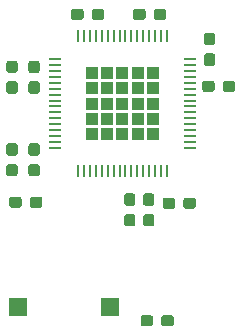
<source format=gbr>
G04 #@! TF.GenerationSoftware,KiCad,Pcbnew,5.0.2-bee76a0~70~ubuntu18.04.1*
G04 #@! TF.CreationDate,2020-07-09T21:56:47-07:00*
G04 #@! TF.ProjectId,light_thing_hw,6c696768-745f-4746-9869-6e675f68772e,rev?*
G04 #@! TF.SameCoordinates,Original*
G04 #@! TF.FileFunction,Paste,Top*
G04 #@! TF.FilePolarity,Positive*
%FSLAX46Y46*%
G04 Gerber Fmt 4.6, Leading zero omitted, Abs format (unit mm)*
G04 Created by KiCad (PCBNEW 5.0.2-bee76a0~70~ubuntu18.04.1) date Thu 09 Jul 2020 09:56:47 PM PDT*
%MOMM*%
%LPD*%
G01*
G04 APERTURE LIST*
%ADD10R,1.010000X1.010000*%
%ADD11R,1.000000X0.250000*%
%ADD12R,0.250000X1.000000*%
%ADD13C,0.100000*%
%ADD14C,0.950000*%
%ADD15R,1.500000X1.500000*%
G04 APERTURE END LIST*
D10*
G04 #@! TO.C,U5A1*
X125789571Y-77973695D03*
X125789571Y-76673695D03*
X125789571Y-75373695D03*
X125789571Y-74073695D03*
X125789571Y-72773695D03*
X127089571Y-77973695D03*
X127089571Y-76673695D03*
X127089571Y-75373695D03*
X127089571Y-74073695D03*
X127089571Y-72773695D03*
X128389571Y-77973695D03*
X128389571Y-76673695D03*
X128389571Y-75373695D03*
X128389571Y-74073695D03*
X128389571Y-72773695D03*
X129689571Y-77973695D03*
X129689571Y-76673695D03*
X129689571Y-75373695D03*
X129689571Y-74073695D03*
X129689571Y-72773695D03*
X130989571Y-77973695D03*
X130989571Y-76673695D03*
X130989571Y-75373695D03*
X130989571Y-74073695D03*
X130989571Y-72773695D03*
D11*
X134089571Y-71623695D03*
X134089571Y-72123695D03*
X134089571Y-72623695D03*
X134089571Y-73123695D03*
X134089571Y-73623695D03*
X134089571Y-74123695D03*
X134089571Y-74623695D03*
X134089571Y-75123695D03*
X134089571Y-75623695D03*
X134089571Y-76123695D03*
X134089571Y-76623695D03*
X134089571Y-77123695D03*
X134089571Y-77623695D03*
X134089571Y-78123695D03*
X134089571Y-78623695D03*
X134089571Y-79123695D03*
D12*
X132139571Y-81073695D03*
X131639571Y-81073695D03*
X131139571Y-81073695D03*
X130639571Y-81073695D03*
X130139571Y-81073695D03*
X129639571Y-81073695D03*
X129139571Y-81073695D03*
X128639571Y-81073695D03*
X128139571Y-81073695D03*
X127639571Y-81073695D03*
X127139571Y-81073695D03*
X126639571Y-81073695D03*
X126139571Y-81073695D03*
X125639571Y-81073695D03*
X125139571Y-81073695D03*
X124639571Y-81073695D03*
D11*
X122689571Y-79123695D03*
X122689571Y-78623695D03*
X122689571Y-78123695D03*
X122689571Y-77623695D03*
X122689571Y-77123695D03*
X122689571Y-76623695D03*
X122689571Y-76123695D03*
X122689571Y-75623695D03*
X122689571Y-75123695D03*
X122689571Y-74623695D03*
X122689571Y-74123695D03*
X122689571Y-73623695D03*
X122689571Y-73123695D03*
X122689571Y-72623695D03*
X122689571Y-72123695D03*
X122689571Y-71623695D03*
D12*
X124639571Y-69673695D03*
X125139571Y-69673695D03*
X125639571Y-69673695D03*
X126139571Y-69673695D03*
X126639571Y-69673695D03*
X127139571Y-69673695D03*
X127639571Y-69673695D03*
X128139571Y-69673695D03*
X128639571Y-69673695D03*
X129139571Y-69673695D03*
X129639571Y-69673695D03*
X130139571Y-69673695D03*
X130639571Y-69673695D03*
X131139571Y-69673695D03*
X131639571Y-69673695D03*
X132139571Y-69673695D03*
G04 #@! TD*
D13*
G04 #@! TO.C,C1*
G36*
X136020350Y-71134839D02*
X136043405Y-71138258D01*
X136066014Y-71143922D01*
X136087958Y-71151774D01*
X136109028Y-71161739D01*
X136129019Y-71173721D01*
X136147739Y-71187605D01*
X136165009Y-71203257D01*
X136180661Y-71220527D01*
X136194545Y-71239247D01*
X136206527Y-71259238D01*
X136216492Y-71280308D01*
X136224344Y-71302252D01*
X136230008Y-71324861D01*
X136233427Y-71347916D01*
X136234571Y-71371195D01*
X136234571Y-71946195D01*
X136233427Y-71969474D01*
X136230008Y-71992529D01*
X136224344Y-72015138D01*
X136216492Y-72037082D01*
X136206527Y-72058152D01*
X136194545Y-72078143D01*
X136180661Y-72096863D01*
X136165009Y-72114133D01*
X136147739Y-72129785D01*
X136129019Y-72143669D01*
X136109028Y-72155651D01*
X136087958Y-72165616D01*
X136066014Y-72173468D01*
X136043405Y-72179132D01*
X136020350Y-72182551D01*
X135997071Y-72183695D01*
X135522071Y-72183695D01*
X135498792Y-72182551D01*
X135475737Y-72179132D01*
X135453128Y-72173468D01*
X135431184Y-72165616D01*
X135410114Y-72155651D01*
X135390123Y-72143669D01*
X135371403Y-72129785D01*
X135354133Y-72114133D01*
X135338481Y-72096863D01*
X135324597Y-72078143D01*
X135312615Y-72058152D01*
X135302650Y-72037082D01*
X135294798Y-72015138D01*
X135289134Y-71992529D01*
X135285715Y-71969474D01*
X135284571Y-71946195D01*
X135284571Y-71371195D01*
X135285715Y-71347916D01*
X135289134Y-71324861D01*
X135294798Y-71302252D01*
X135302650Y-71280308D01*
X135312615Y-71259238D01*
X135324597Y-71239247D01*
X135338481Y-71220527D01*
X135354133Y-71203257D01*
X135371403Y-71187605D01*
X135390123Y-71173721D01*
X135410114Y-71161739D01*
X135431184Y-71151774D01*
X135453128Y-71143922D01*
X135475737Y-71138258D01*
X135498792Y-71134839D01*
X135522071Y-71133695D01*
X135997071Y-71133695D01*
X136020350Y-71134839D01*
X136020350Y-71134839D01*
G37*
D14*
X135759571Y-71658695D03*
D13*
G36*
X136020350Y-69384839D02*
X136043405Y-69388258D01*
X136066014Y-69393922D01*
X136087958Y-69401774D01*
X136109028Y-69411739D01*
X136129019Y-69423721D01*
X136147739Y-69437605D01*
X136165009Y-69453257D01*
X136180661Y-69470527D01*
X136194545Y-69489247D01*
X136206527Y-69509238D01*
X136216492Y-69530308D01*
X136224344Y-69552252D01*
X136230008Y-69574861D01*
X136233427Y-69597916D01*
X136234571Y-69621195D01*
X136234571Y-70196195D01*
X136233427Y-70219474D01*
X136230008Y-70242529D01*
X136224344Y-70265138D01*
X136216492Y-70287082D01*
X136206527Y-70308152D01*
X136194545Y-70328143D01*
X136180661Y-70346863D01*
X136165009Y-70364133D01*
X136147739Y-70379785D01*
X136129019Y-70393669D01*
X136109028Y-70405651D01*
X136087958Y-70415616D01*
X136066014Y-70423468D01*
X136043405Y-70429132D01*
X136020350Y-70432551D01*
X135997071Y-70433695D01*
X135522071Y-70433695D01*
X135498792Y-70432551D01*
X135475737Y-70429132D01*
X135453128Y-70423468D01*
X135431184Y-70415616D01*
X135410114Y-70405651D01*
X135390123Y-70393669D01*
X135371403Y-70379785D01*
X135354133Y-70364133D01*
X135338481Y-70346863D01*
X135324597Y-70328143D01*
X135312615Y-70308152D01*
X135302650Y-70287082D01*
X135294798Y-70265138D01*
X135289134Y-70242529D01*
X135285715Y-70219474D01*
X135284571Y-70196195D01*
X135284571Y-69621195D01*
X135285715Y-69597916D01*
X135289134Y-69574861D01*
X135294798Y-69552252D01*
X135302650Y-69530308D01*
X135312615Y-69509238D01*
X135324597Y-69489247D01*
X135338481Y-69470527D01*
X135354133Y-69453257D01*
X135371403Y-69437605D01*
X135390123Y-69423721D01*
X135410114Y-69411739D01*
X135431184Y-69401774D01*
X135453128Y-69393922D01*
X135475737Y-69388258D01*
X135498792Y-69384839D01*
X135522071Y-69383695D01*
X135997071Y-69383695D01*
X136020350Y-69384839D01*
X136020350Y-69384839D01*
G37*
D14*
X135759571Y-69908695D03*
G04 #@! TD*
D13*
G04 #@! TO.C,C2*
G36*
X134376938Y-83339247D02*
X134399993Y-83342666D01*
X134422602Y-83348330D01*
X134444546Y-83356182D01*
X134465616Y-83366147D01*
X134485607Y-83378129D01*
X134504327Y-83392013D01*
X134521597Y-83407665D01*
X134537249Y-83424935D01*
X134551133Y-83443655D01*
X134563115Y-83463646D01*
X134573080Y-83484716D01*
X134580932Y-83506660D01*
X134586596Y-83529269D01*
X134590015Y-83552324D01*
X134591159Y-83575603D01*
X134591159Y-84050603D01*
X134590015Y-84073882D01*
X134586596Y-84096937D01*
X134580932Y-84119546D01*
X134573080Y-84141490D01*
X134563115Y-84162560D01*
X134551133Y-84182551D01*
X134537249Y-84201271D01*
X134521597Y-84218541D01*
X134504327Y-84234193D01*
X134485607Y-84248077D01*
X134465616Y-84260059D01*
X134444546Y-84270024D01*
X134422602Y-84277876D01*
X134399993Y-84283540D01*
X134376938Y-84286959D01*
X134353659Y-84288103D01*
X133778659Y-84288103D01*
X133755380Y-84286959D01*
X133732325Y-84283540D01*
X133709716Y-84277876D01*
X133687772Y-84270024D01*
X133666702Y-84260059D01*
X133646711Y-84248077D01*
X133627991Y-84234193D01*
X133610721Y-84218541D01*
X133595069Y-84201271D01*
X133581185Y-84182551D01*
X133569203Y-84162560D01*
X133559238Y-84141490D01*
X133551386Y-84119546D01*
X133545722Y-84096937D01*
X133542303Y-84073882D01*
X133541159Y-84050603D01*
X133541159Y-83575603D01*
X133542303Y-83552324D01*
X133545722Y-83529269D01*
X133551386Y-83506660D01*
X133559238Y-83484716D01*
X133569203Y-83463646D01*
X133581185Y-83443655D01*
X133595069Y-83424935D01*
X133610721Y-83407665D01*
X133627991Y-83392013D01*
X133646711Y-83378129D01*
X133666702Y-83366147D01*
X133687772Y-83356182D01*
X133709716Y-83348330D01*
X133732325Y-83342666D01*
X133755380Y-83339247D01*
X133778659Y-83338103D01*
X134353659Y-83338103D01*
X134376938Y-83339247D01*
X134376938Y-83339247D01*
G37*
D14*
X134066159Y-83813103D03*
D13*
G36*
X132626938Y-83339247D02*
X132649993Y-83342666D01*
X132672602Y-83348330D01*
X132694546Y-83356182D01*
X132715616Y-83366147D01*
X132735607Y-83378129D01*
X132754327Y-83392013D01*
X132771597Y-83407665D01*
X132787249Y-83424935D01*
X132801133Y-83443655D01*
X132813115Y-83463646D01*
X132823080Y-83484716D01*
X132830932Y-83506660D01*
X132836596Y-83529269D01*
X132840015Y-83552324D01*
X132841159Y-83575603D01*
X132841159Y-84050603D01*
X132840015Y-84073882D01*
X132836596Y-84096937D01*
X132830932Y-84119546D01*
X132823080Y-84141490D01*
X132813115Y-84162560D01*
X132801133Y-84182551D01*
X132787249Y-84201271D01*
X132771597Y-84218541D01*
X132754327Y-84234193D01*
X132735607Y-84248077D01*
X132715616Y-84260059D01*
X132694546Y-84270024D01*
X132672602Y-84277876D01*
X132649993Y-84283540D01*
X132626938Y-84286959D01*
X132603659Y-84288103D01*
X132028659Y-84288103D01*
X132005380Y-84286959D01*
X131982325Y-84283540D01*
X131959716Y-84277876D01*
X131937772Y-84270024D01*
X131916702Y-84260059D01*
X131896711Y-84248077D01*
X131877991Y-84234193D01*
X131860721Y-84218541D01*
X131845069Y-84201271D01*
X131831185Y-84182551D01*
X131819203Y-84162560D01*
X131809238Y-84141490D01*
X131801386Y-84119546D01*
X131795722Y-84096937D01*
X131792303Y-84073882D01*
X131791159Y-84050603D01*
X131791159Y-83575603D01*
X131792303Y-83552324D01*
X131795722Y-83529269D01*
X131801386Y-83506660D01*
X131809238Y-83484716D01*
X131819203Y-83463646D01*
X131831185Y-83443655D01*
X131845069Y-83424935D01*
X131860721Y-83407665D01*
X131877991Y-83392013D01*
X131896711Y-83378129D01*
X131916702Y-83366147D01*
X131937772Y-83356182D01*
X131959716Y-83348330D01*
X131982325Y-83342666D01*
X132005380Y-83339247D01*
X132028659Y-83338103D01*
X132603659Y-83338103D01*
X132626938Y-83339247D01*
X132626938Y-83339247D01*
G37*
D14*
X132316159Y-83813103D03*
G04 #@! TD*
D13*
G04 #@! TO.C,C3*
G36*
X121160350Y-78739839D02*
X121183405Y-78743258D01*
X121206014Y-78748922D01*
X121227958Y-78756774D01*
X121249028Y-78766739D01*
X121269019Y-78778721D01*
X121287739Y-78792605D01*
X121305009Y-78808257D01*
X121320661Y-78825527D01*
X121334545Y-78844247D01*
X121346527Y-78864238D01*
X121356492Y-78885308D01*
X121364344Y-78907252D01*
X121370008Y-78929861D01*
X121373427Y-78952916D01*
X121374571Y-78976195D01*
X121374571Y-79551195D01*
X121373427Y-79574474D01*
X121370008Y-79597529D01*
X121364344Y-79620138D01*
X121356492Y-79642082D01*
X121346527Y-79663152D01*
X121334545Y-79683143D01*
X121320661Y-79701863D01*
X121305009Y-79719133D01*
X121287739Y-79734785D01*
X121269019Y-79748669D01*
X121249028Y-79760651D01*
X121227958Y-79770616D01*
X121206014Y-79778468D01*
X121183405Y-79784132D01*
X121160350Y-79787551D01*
X121137071Y-79788695D01*
X120662071Y-79788695D01*
X120638792Y-79787551D01*
X120615737Y-79784132D01*
X120593128Y-79778468D01*
X120571184Y-79770616D01*
X120550114Y-79760651D01*
X120530123Y-79748669D01*
X120511403Y-79734785D01*
X120494133Y-79719133D01*
X120478481Y-79701863D01*
X120464597Y-79683143D01*
X120452615Y-79663152D01*
X120442650Y-79642082D01*
X120434798Y-79620138D01*
X120429134Y-79597529D01*
X120425715Y-79574474D01*
X120424571Y-79551195D01*
X120424571Y-78976195D01*
X120425715Y-78952916D01*
X120429134Y-78929861D01*
X120434798Y-78907252D01*
X120442650Y-78885308D01*
X120452615Y-78864238D01*
X120464597Y-78844247D01*
X120478481Y-78825527D01*
X120494133Y-78808257D01*
X120511403Y-78792605D01*
X120530123Y-78778721D01*
X120550114Y-78766739D01*
X120571184Y-78756774D01*
X120593128Y-78748922D01*
X120615737Y-78743258D01*
X120638792Y-78739839D01*
X120662071Y-78738695D01*
X121137071Y-78738695D01*
X121160350Y-78739839D01*
X121160350Y-78739839D01*
G37*
D14*
X120899571Y-79263695D03*
D13*
G36*
X121160350Y-80489839D02*
X121183405Y-80493258D01*
X121206014Y-80498922D01*
X121227958Y-80506774D01*
X121249028Y-80516739D01*
X121269019Y-80528721D01*
X121287739Y-80542605D01*
X121305009Y-80558257D01*
X121320661Y-80575527D01*
X121334545Y-80594247D01*
X121346527Y-80614238D01*
X121356492Y-80635308D01*
X121364344Y-80657252D01*
X121370008Y-80679861D01*
X121373427Y-80702916D01*
X121374571Y-80726195D01*
X121374571Y-81301195D01*
X121373427Y-81324474D01*
X121370008Y-81347529D01*
X121364344Y-81370138D01*
X121356492Y-81392082D01*
X121346527Y-81413152D01*
X121334545Y-81433143D01*
X121320661Y-81451863D01*
X121305009Y-81469133D01*
X121287739Y-81484785D01*
X121269019Y-81498669D01*
X121249028Y-81510651D01*
X121227958Y-81520616D01*
X121206014Y-81528468D01*
X121183405Y-81534132D01*
X121160350Y-81537551D01*
X121137071Y-81538695D01*
X120662071Y-81538695D01*
X120638792Y-81537551D01*
X120615737Y-81534132D01*
X120593128Y-81528468D01*
X120571184Y-81520616D01*
X120550114Y-81510651D01*
X120530123Y-81498669D01*
X120511403Y-81484785D01*
X120494133Y-81469133D01*
X120478481Y-81451863D01*
X120464597Y-81433143D01*
X120452615Y-81413152D01*
X120442650Y-81392082D01*
X120434798Y-81370138D01*
X120429134Y-81347529D01*
X120425715Y-81324474D01*
X120424571Y-81301195D01*
X120424571Y-80726195D01*
X120425715Y-80702916D01*
X120429134Y-80679861D01*
X120434798Y-80657252D01*
X120442650Y-80635308D01*
X120452615Y-80614238D01*
X120464597Y-80594247D01*
X120478481Y-80575527D01*
X120494133Y-80558257D01*
X120511403Y-80542605D01*
X120530123Y-80528721D01*
X120550114Y-80516739D01*
X120571184Y-80506774D01*
X120593128Y-80498922D01*
X120615737Y-80493258D01*
X120638792Y-80489839D01*
X120662071Y-80488695D01*
X121137071Y-80488695D01*
X121160350Y-80489839D01*
X121160350Y-80489839D01*
G37*
D14*
X120899571Y-81013695D03*
G04 #@! TD*
D13*
G04 #@! TO.C,C4*
G36*
X121160350Y-73489839D02*
X121183405Y-73493258D01*
X121206014Y-73498922D01*
X121227958Y-73506774D01*
X121249028Y-73516739D01*
X121269019Y-73528721D01*
X121287739Y-73542605D01*
X121305009Y-73558257D01*
X121320661Y-73575527D01*
X121334545Y-73594247D01*
X121346527Y-73614238D01*
X121356492Y-73635308D01*
X121364344Y-73657252D01*
X121370008Y-73679861D01*
X121373427Y-73702916D01*
X121374571Y-73726195D01*
X121374571Y-74301195D01*
X121373427Y-74324474D01*
X121370008Y-74347529D01*
X121364344Y-74370138D01*
X121356492Y-74392082D01*
X121346527Y-74413152D01*
X121334545Y-74433143D01*
X121320661Y-74451863D01*
X121305009Y-74469133D01*
X121287739Y-74484785D01*
X121269019Y-74498669D01*
X121249028Y-74510651D01*
X121227958Y-74520616D01*
X121206014Y-74528468D01*
X121183405Y-74534132D01*
X121160350Y-74537551D01*
X121137071Y-74538695D01*
X120662071Y-74538695D01*
X120638792Y-74537551D01*
X120615737Y-74534132D01*
X120593128Y-74528468D01*
X120571184Y-74520616D01*
X120550114Y-74510651D01*
X120530123Y-74498669D01*
X120511403Y-74484785D01*
X120494133Y-74469133D01*
X120478481Y-74451863D01*
X120464597Y-74433143D01*
X120452615Y-74413152D01*
X120442650Y-74392082D01*
X120434798Y-74370138D01*
X120429134Y-74347529D01*
X120425715Y-74324474D01*
X120424571Y-74301195D01*
X120424571Y-73726195D01*
X120425715Y-73702916D01*
X120429134Y-73679861D01*
X120434798Y-73657252D01*
X120442650Y-73635308D01*
X120452615Y-73614238D01*
X120464597Y-73594247D01*
X120478481Y-73575527D01*
X120494133Y-73558257D01*
X120511403Y-73542605D01*
X120530123Y-73528721D01*
X120550114Y-73516739D01*
X120571184Y-73506774D01*
X120593128Y-73498922D01*
X120615737Y-73493258D01*
X120638792Y-73489839D01*
X120662071Y-73488695D01*
X121137071Y-73488695D01*
X121160350Y-73489839D01*
X121160350Y-73489839D01*
G37*
D14*
X120899571Y-74013695D03*
D13*
G36*
X121160350Y-71739839D02*
X121183405Y-71743258D01*
X121206014Y-71748922D01*
X121227958Y-71756774D01*
X121249028Y-71766739D01*
X121269019Y-71778721D01*
X121287739Y-71792605D01*
X121305009Y-71808257D01*
X121320661Y-71825527D01*
X121334545Y-71844247D01*
X121346527Y-71864238D01*
X121356492Y-71885308D01*
X121364344Y-71907252D01*
X121370008Y-71929861D01*
X121373427Y-71952916D01*
X121374571Y-71976195D01*
X121374571Y-72551195D01*
X121373427Y-72574474D01*
X121370008Y-72597529D01*
X121364344Y-72620138D01*
X121356492Y-72642082D01*
X121346527Y-72663152D01*
X121334545Y-72683143D01*
X121320661Y-72701863D01*
X121305009Y-72719133D01*
X121287739Y-72734785D01*
X121269019Y-72748669D01*
X121249028Y-72760651D01*
X121227958Y-72770616D01*
X121206014Y-72778468D01*
X121183405Y-72784132D01*
X121160350Y-72787551D01*
X121137071Y-72788695D01*
X120662071Y-72788695D01*
X120638792Y-72787551D01*
X120615737Y-72784132D01*
X120593128Y-72778468D01*
X120571184Y-72770616D01*
X120550114Y-72760651D01*
X120530123Y-72748669D01*
X120511403Y-72734785D01*
X120494133Y-72719133D01*
X120478481Y-72701863D01*
X120464597Y-72683143D01*
X120452615Y-72663152D01*
X120442650Y-72642082D01*
X120434798Y-72620138D01*
X120429134Y-72597529D01*
X120425715Y-72574474D01*
X120424571Y-72551195D01*
X120424571Y-71976195D01*
X120425715Y-71952916D01*
X120429134Y-71929861D01*
X120434798Y-71907252D01*
X120442650Y-71885308D01*
X120452615Y-71864238D01*
X120464597Y-71844247D01*
X120478481Y-71825527D01*
X120494133Y-71808257D01*
X120511403Y-71792605D01*
X120530123Y-71778721D01*
X120550114Y-71766739D01*
X120571184Y-71756774D01*
X120593128Y-71748922D01*
X120615737Y-71743258D01*
X120638792Y-71739839D01*
X120662071Y-71738695D01*
X121137071Y-71738695D01*
X121160350Y-71739839D01*
X121160350Y-71739839D01*
G37*
D14*
X120899571Y-72263695D03*
G04 #@! TD*
D13*
G04 #@! TO.C,C7*
G36*
X119292405Y-73483310D02*
X119315460Y-73486729D01*
X119338069Y-73492393D01*
X119360013Y-73500245D01*
X119381083Y-73510210D01*
X119401074Y-73522192D01*
X119419794Y-73536076D01*
X119437064Y-73551728D01*
X119452716Y-73568998D01*
X119466600Y-73587718D01*
X119478582Y-73607709D01*
X119488547Y-73628779D01*
X119496399Y-73650723D01*
X119502063Y-73673332D01*
X119505482Y-73696387D01*
X119506626Y-73719666D01*
X119506626Y-74294666D01*
X119505482Y-74317945D01*
X119502063Y-74341000D01*
X119496399Y-74363609D01*
X119488547Y-74385553D01*
X119478582Y-74406623D01*
X119466600Y-74426614D01*
X119452716Y-74445334D01*
X119437064Y-74462604D01*
X119419794Y-74478256D01*
X119401074Y-74492140D01*
X119381083Y-74504122D01*
X119360013Y-74514087D01*
X119338069Y-74521939D01*
X119315460Y-74527603D01*
X119292405Y-74531022D01*
X119269126Y-74532166D01*
X118794126Y-74532166D01*
X118770847Y-74531022D01*
X118747792Y-74527603D01*
X118725183Y-74521939D01*
X118703239Y-74514087D01*
X118682169Y-74504122D01*
X118662178Y-74492140D01*
X118643458Y-74478256D01*
X118626188Y-74462604D01*
X118610536Y-74445334D01*
X118596652Y-74426614D01*
X118584670Y-74406623D01*
X118574705Y-74385553D01*
X118566853Y-74363609D01*
X118561189Y-74341000D01*
X118557770Y-74317945D01*
X118556626Y-74294666D01*
X118556626Y-73719666D01*
X118557770Y-73696387D01*
X118561189Y-73673332D01*
X118566853Y-73650723D01*
X118574705Y-73628779D01*
X118584670Y-73607709D01*
X118596652Y-73587718D01*
X118610536Y-73568998D01*
X118626188Y-73551728D01*
X118643458Y-73536076D01*
X118662178Y-73522192D01*
X118682169Y-73510210D01*
X118703239Y-73500245D01*
X118725183Y-73492393D01*
X118747792Y-73486729D01*
X118770847Y-73483310D01*
X118794126Y-73482166D01*
X119269126Y-73482166D01*
X119292405Y-73483310D01*
X119292405Y-73483310D01*
G37*
D14*
X119031626Y-74007166D03*
D13*
G36*
X119292405Y-71733310D02*
X119315460Y-71736729D01*
X119338069Y-71742393D01*
X119360013Y-71750245D01*
X119381083Y-71760210D01*
X119401074Y-71772192D01*
X119419794Y-71786076D01*
X119437064Y-71801728D01*
X119452716Y-71818998D01*
X119466600Y-71837718D01*
X119478582Y-71857709D01*
X119488547Y-71878779D01*
X119496399Y-71900723D01*
X119502063Y-71923332D01*
X119505482Y-71946387D01*
X119506626Y-71969666D01*
X119506626Y-72544666D01*
X119505482Y-72567945D01*
X119502063Y-72591000D01*
X119496399Y-72613609D01*
X119488547Y-72635553D01*
X119478582Y-72656623D01*
X119466600Y-72676614D01*
X119452716Y-72695334D01*
X119437064Y-72712604D01*
X119419794Y-72728256D01*
X119401074Y-72742140D01*
X119381083Y-72754122D01*
X119360013Y-72764087D01*
X119338069Y-72771939D01*
X119315460Y-72777603D01*
X119292405Y-72781022D01*
X119269126Y-72782166D01*
X118794126Y-72782166D01*
X118770847Y-72781022D01*
X118747792Y-72777603D01*
X118725183Y-72771939D01*
X118703239Y-72764087D01*
X118682169Y-72754122D01*
X118662178Y-72742140D01*
X118643458Y-72728256D01*
X118626188Y-72712604D01*
X118610536Y-72695334D01*
X118596652Y-72676614D01*
X118584670Y-72656623D01*
X118574705Y-72635553D01*
X118566853Y-72613609D01*
X118561189Y-72591000D01*
X118557770Y-72567945D01*
X118556626Y-72544666D01*
X118556626Y-71969666D01*
X118557770Y-71946387D01*
X118561189Y-71923332D01*
X118566853Y-71900723D01*
X118574705Y-71878779D01*
X118584670Y-71857709D01*
X118596652Y-71837718D01*
X118610536Y-71818998D01*
X118626188Y-71801728D01*
X118643458Y-71786076D01*
X118662178Y-71772192D01*
X118682169Y-71760210D01*
X118703239Y-71750245D01*
X118725183Y-71742393D01*
X118747792Y-71736729D01*
X118770847Y-71733310D01*
X118794126Y-71732166D01*
X119269126Y-71732166D01*
X119292405Y-71733310D01*
X119292405Y-71733310D01*
G37*
D14*
X119031626Y-72257166D03*
G04 #@! TD*
D13*
G04 #@! TO.C,C9*
G36*
X132510779Y-93296144D02*
X132533834Y-93299563D01*
X132556443Y-93305227D01*
X132578387Y-93313079D01*
X132599457Y-93323044D01*
X132619448Y-93335026D01*
X132638168Y-93348910D01*
X132655438Y-93364562D01*
X132671090Y-93381832D01*
X132684974Y-93400552D01*
X132696956Y-93420543D01*
X132706921Y-93441613D01*
X132714773Y-93463557D01*
X132720437Y-93486166D01*
X132723856Y-93509221D01*
X132725000Y-93532500D01*
X132725000Y-94007500D01*
X132723856Y-94030779D01*
X132720437Y-94053834D01*
X132714773Y-94076443D01*
X132706921Y-94098387D01*
X132696956Y-94119457D01*
X132684974Y-94139448D01*
X132671090Y-94158168D01*
X132655438Y-94175438D01*
X132638168Y-94191090D01*
X132619448Y-94204974D01*
X132599457Y-94216956D01*
X132578387Y-94226921D01*
X132556443Y-94234773D01*
X132533834Y-94240437D01*
X132510779Y-94243856D01*
X132487500Y-94245000D01*
X131912500Y-94245000D01*
X131889221Y-94243856D01*
X131866166Y-94240437D01*
X131843557Y-94234773D01*
X131821613Y-94226921D01*
X131800543Y-94216956D01*
X131780552Y-94204974D01*
X131761832Y-94191090D01*
X131744562Y-94175438D01*
X131728910Y-94158168D01*
X131715026Y-94139448D01*
X131703044Y-94119457D01*
X131693079Y-94098387D01*
X131685227Y-94076443D01*
X131679563Y-94053834D01*
X131676144Y-94030779D01*
X131675000Y-94007500D01*
X131675000Y-93532500D01*
X131676144Y-93509221D01*
X131679563Y-93486166D01*
X131685227Y-93463557D01*
X131693079Y-93441613D01*
X131703044Y-93420543D01*
X131715026Y-93400552D01*
X131728910Y-93381832D01*
X131744562Y-93364562D01*
X131761832Y-93348910D01*
X131780552Y-93335026D01*
X131800543Y-93323044D01*
X131821613Y-93313079D01*
X131843557Y-93305227D01*
X131866166Y-93299563D01*
X131889221Y-93296144D01*
X131912500Y-93295000D01*
X132487500Y-93295000D01*
X132510779Y-93296144D01*
X132510779Y-93296144D01*
G37*
D14*
X132200000Y-93770000D03*
D13*
G36*
X130760779Y-93296144D02*
X130783834Y-93299563D01*
X130806443Y-93305227D01*
X130828387Y-93313079D01*
X130849457Y-93323044D01*
X130869448Y-93335026D01*
X130888168Y-93348910D01*
X130905438Y-93364562D01*
X130921090Y-93381832D01*
X130934974Y-93400552D01*
X130946956Y-93420543D01*
X130956921Y-93441613D01*
X130964773Y-93463557D01*
X130970437Y-93486166D01*
X130973856Y-93509221D01*
X130975000Y-93532500D01*
X130975000Y-94007500D01*
X130973856Y-94030779D01*
X130970437Y-94053834D01*
X130964773Y-94076443D01*
X130956921Y-94098387D01*
X130946956Y-94119457D01*
X130934974Y-94139448D01*
X130921090Y-94158168D01*
X130905438Y-94175438D01*
X130888168Y-94191090D01*
X130869448Y-94204974D01*
X130849457Y-94216956D01*
X130828387Y-94226921D01*
X130806443Y-94234773D01*
X130783834Y-94240437D01*
X130760779Y-94243856D01*
X130737500Y-94245000D01*
X130162500Y-94245000D01*
X130139221Y-94243856D01*
X130116166Y-94240437D01*
X130093557Y-94234773D01*
X130071613Y-94226921D01*
X130050543Y-94216956D01*
X130030552Y-94204974D01*
X130011832Y-94191090D01*
X129994562Y-94175438D01*
X129978910Y-94158168D01*
X129965026Y-94139448D01*
X129953044Y-94119457D01*
X129943079Y-94098387D01*
X129935227Y-94076443D01*
X129929563Y-94053834D01*
X129926144Y-94030779D01*
X129925000Y-94007500D01*
X129925000Y-93532500D01*
X129926144Y-93509221D01*
X129929563Y-93486166D01*
X129935227Y-93463557D01*
X129943079Y-93441613D01*
X129953044Y-93420543D01*
X129965026Y-93400552D01*
X129978910Y-93381832D01*
X129994562Y-93364562D01*
X130011832Y-93348910D01*
X130030552Y-93335026D01*
X130050543Y-93323044D01*
X130071613Y-93313079D01*
X130093557Y-93305227D01*
X130116166Y-93299563D01*
X130139221Y-93296144D01*
X130162500Y-93295000D01*
X130737500Y-93295000D01*
X130760779Y-93296144D01*
X130760779Y-93296144D01*
G37*
D14*
X130450000Y-93770000D03*
G04 #@! TD*
D13*
G04 #@! TO.C,C16*
G36*
X131876938Y-67339247D02*
X131899993Y-67342666D01*
X131922602Y-67348330D01*
X131944546Y-67356182D01*
X131965616Y-67366147D01*
X131985607Y-67378129D01*
X132004327Y-67392013D01*
X132021597Y-67407665D01*
X132037249Y-67424935D01*
X132051133Y-67443655D01*
X132063115Y-67463646D01*
X132073080Y-67484716D01*
X132080932Y-67506660D01*
X132086596Y-67529269D01*
X132090015Y-67552324D01*
X132091159Y-67575603D01*
X132091159Y-68050603D01*
X132090015Y-68073882D01*
X132086596Y-68096937D01*
X132080932Y-68119546D01*
X132073080Y-68141490D01*
X132063115Y-68162560D01*
X132051133Y-68182551D01*
X132037249Y-68201271D01*
X132021597Y-68218541D01*
X132004327Y-68234193D01*
X131985607Y-68248077D01*
X131965616Y-68260059D01*
X131944546Y-68270024D01*
X131922602Y-68277876D01*
X131899993Y-68283540D01*
X131876938Y-68286959D01*
X131853659Y-68288103D01*
X131278659Y-68288103D01*
X131255380Y-68286959D01*
X131232325Y-68283540D01*
X131209716Y-68277876D01*
X131187772Y-68270024D01*
X131166702Y-68260059D01*
X131146711Y-68248077D01*
X131127991Y-68234193D01*
X131110721Y-68218541D01*
X131095069Y-68201271D01*
X131081185Y-68182551D01*
X131069203Y-68162560D01*
X131059238Y-68141490D01*
X131051386Y-68119546D01*
X131045722Y-68096937D01*
X131042303Y-68073882D01*
X131041159Y-68050603D01*
X131041159Y-67575603D01*
X131042303Y-67552324D01*
X131045722Y-67529269D01*
X131051386Y-67506660D01*
X131059238Y-67484716D01*
X131069203Y-67463646D01*
X131081185Y-67443655D01*
X131095069Y-67424935D01*
X131110721Y-67407665D01*
X131127991Y-67392013D01*
X131146711Y-67378129D01*
X131166702Y-67366147D01*
X131187772Y-67356182D01*
X131209716Y-67348330D01*
X131232325Y-67342666D01*
X131255380Y-67339247D01*
X131278659Y-67338103D01*
X131853659Y-67338103D01*
X131876938Y-67339247D01*
X131876938Y-67339247D01*
G37*
D14*
X131566159Y-67813103D03*
D13*
G36*
X130126938Y-67339247D02*
X130149993Y-67342666D01*
X130172602Y-67348330D01*
X130194546Y-67356182D01*
X130215616Y-67366147D01*
X130235607Y-67378129D01*
X130254327Y-67392013D01*
X130271597Y-67407665D01*
X130287249Y-67424935D01*
X130301133Y-67443655D01*
X130313115Y-67463646D01*
X130323080Y-67484716D01*
X130330932Y-67506660D01*
X130336596Y-67529269D01*
X130340015Y-67552324D01*
X130341159Y-67575603D01*
X130341159Y-68050603D01*
X130340015Y-68073882D01*
X130336596Y-68096937D01*
X130330932Y-68119546D01*
X130323080Y-68141490D01*
X130313115Y-68162560D01*
X130301133Y-68182551D01*
X130287249Y-68201271D01*
X130271597Y-68218541D01*
X130254327Y-68234193D01*
X130235607Y-68248077D01*
X130215616Y-68260059D01*
X130194546Y-68270024D01*
X130172602Y-68277876D01*
X130149993Y-68283540D01*
X130126938Y-68286959D01*
X130103659Y-68288103D01*
X129528659Y-68288103D01*
X129505380Y-68286959D01*
X129482325Y-68283540D01*
X129459716Y-68277876D01*
X129437772Y-68270024D01*
X129416702Y-68260059D01*
X129396711Y-68248077D01*
X129377991Y-68234193D01*
X129360721Y-68218541D01*
X129345069Y-68201271D01*
X129331185Y-68182551D01*
X129319203Y-68162560D01*
X129309238Y-68141490D01*
X129301386Y-68119546D01*
X129295722Y-68096937D01*
X129292303Y-68073882D01*
X129291159Y-68050603D01*
X129291159Y-67575603D01*
X129292303Y-67552324D01*
X129295722Y-67529269D01*
X129301386Y-67506660D01*
X129309238Y-67484716D01*
X129319203Y-67463646D01*
X129331185Y-67443655D01*
X129345069Y-67424935D01*
X129360721Y-67407665D01*
X129377991Y-67392013D01*
X129396711Y-67378129D01*
X129416702Y-67366147D01*
X129437772Y-67356182D01*
X129459716Y-67348330D01*
X129482325Y-67342666D01*
X129505380Y-67339247D01*
X129528659Y-67338103D01*
X130103659Y-67338103D01*
X130126938Y-67339247D01*
X130126938Y-67339247D01*
G37*
D14*
X129816159Y-67813103D03*
G04 #@! TD*
D13*
G04 #@! TO.C,C17*
G36*
X124876938Y-67339247D02*
X124899993Y-67342666D01*
X124922602Y-67348330D01*
X124944546Y-67356182D01*
X124965616Y-67366147D01*
X124985607Y-67378129D01*
X125004327Y-67392013D01*
X125021597Y-67407665D01*
X125037249Y-67424935D01*
X125051133Y-67443655D01*
X125063115Y-67463646D01*
X125073080Y-67484716D01*
X125080932Y-67506660D01*
X125086596Y-67529269D01*
X125090015Y-67552324D01*
X125091159Y-67575603D01*
X125091159Y-68050603D01*
X125090015Y-68073882D01*
X125086596Y-68096937D01*
X125080932Y-68119546D01*
X125073080Y-68141490D01*
X125063115Y-68162560D01*
X125051133Y-68182551D01*
X125037249Y-68201271D01*
X125021597Y-68218541D01*
X125004327Y-68234193D01*
X124985607Y-68248077D01*
X124965616Y-68260059D01*
X124944546Y-68270024D01*
X124922602Y-68277876D01*
X124899993Y-68283540D01*
X124876938Y-68286959D01*
X124853659Y-68288103D01*
X124278659Y-68288103D01*
X124255380Y-68286959D01*
X124232325Y-68283540D01*
X124209716Y-68277876D01*
X124187772Y-68270024D01*
X124166702Y-68260059D01*
X124146711Y-68248077D01*
X124127991Y-68234193D01*
X124110721Y-68218541D01*
X124095069Y-68201271D01*
X124081185Y-68182551D01*
X124069203Y-68162560D01*
X124059238Y-68141490D01*
X124051386Y-68119546D01*
X124045722Y-68096937D01*
X124042303Y-68073882D01*
X124041159Y-68050603D01*
X124041159Y-67575603D01*
X124042303Y-67552324D01*
X124045722Y-67529269D01*
X124051386Y-67506660D01*
X124059238Y-67484716D01*
X124069203Y-67463646D01*
X124081185Y-67443655D01*
X124095069Y-67424935D01*
X124110721Y-67407665D01*
X124127991Y-67392013D01*
X124146711Y-67378129D01*
X124166702Y-67366147D01*
X124187772Y-67356182D01*
X124209716Y-67348330D01*
X124232325Y-67342666D01*
X124255380Y-67339247D01*
X124278659Y-67338103D01*
X124853659Y-67338103D01*
X124876938Y-67339247D01*
X124876938Y-67339247D01*
G37*
D14*
X124566159Y-67813103D03*
D13*
G36*
X126626938Y-67339247D02*
X126649993Y-67342666D01*
X126672602Y-67348330D01*
X126694546Y-67356182D01*
X126715616Y-67366147D01*
X126735607Y-67378129D01*
X126754327Y-67392013D01*
X126771597Y-67407665D01*
X126787249Y-67424935D01*
X126801133Y-67443655D01*
X126813115Y-67463646D01*
X126823080Y-67484716D01*
X126830932Y-67506660D01*
X126836596Y-67529269D01*
X126840015Y-67552324D01*
X126841159Y-67575603D01*
X126841159Y-68050603D01*
X126840015Y-68073882D01*
X126836596Y-68096937D01*
X126830932Y-68119546D01*
X126823080Y-68141490D01*
X126813115Y-68162560D01*
X126801133Y-68182551D01*
X126787249Y-68201271D01*
X126771597Y-68218541D01*
X126754327Y-68234193D01*
X126735607Y-68248077D01*
X126715616Y-68260059D01*
X126694546Y-68270024D01*
X126672602Y-68277876D01*
X126649993Y-68283540D01*
X126626938Y-68286959D01*
X126603659Y-68288103D01*
X126028659Y-68288103D01*
X126005380Y-68286959D01*
X125982325Y-68283540D01*
X125959716Y-68277876D01*
X125937772Y-68270024D01*
X125916702Y-68260059D01*
X125896711Y-68248077D01*
X125877991Y-68234193D01*
X125860721Y-68218541D01*
X125845069Y-68201271D01*
X125831185Y-68182551D01*
X125819203Y-68162560D01*
X125809238Y-68141490D01*
X125801386Y-68119546D01*
X125795722Y-68096937D01*
X125792303Y-68073882D01*
X125791159Y-68050603D01*
X125791159Y-67575603D01*
X125792303Y-67552324D01*
X125795722Y-67529269D01*
X125801386Y-67506660D01*
X125809238Y-67484716D01*
X125819203Y-67463646D01*
X125831185Y-67443655D01*
X125845069Y-67424935D01*
X125860721Y-67407665D01*
X125877991Y-67392013D01*
X125896711Y-67378129D01*
X125916702Y-67366147D01*
X125937772Y-67356182D01*
X125959716Y-67348330D01*
X125982325Y-67342666D01*
X126005380Y-67339247D01*
X126028659Y-67338103D01*
X126603659Y-67338103D01*
X126626938Y-67339247D01*
X126626938Y-67339247D01*
G37*
D14*
X126316159Y-67813103D03*
G04 #@! TD*
D13*
G04 #@! TO.C,R5*
G36*
X137724779Y-73440144D02*
X137747834Y-73443563D01*
X137770443Y-73449227D01*
X137792387Y-73457079D01*
X137813457Y-73467044D01*
X137833448Y-73479026D01*
X137852168Y-73492910D01*
X137869438Y-73508562D01*
X137885090Y-73525832D01*
X137898974Y-73544552D01*
X137910956Y-73564543D01*
X137920921Y-73585613D01*
X137928773Y-73607557D01*
X137934437Y-73630166D01*
X137937856Y-73653221D01*
X137939000Y-73676500D01*
X137939000Y-74151500D01*
X137937856Y-74174779D01*
X137934437Y-74197834D01*
X137928773Y-74220443D01*
X137920921Y-74242387D01*
X137910956Y-74263457D01*
X137898974Y-74283448D01*
X137885090Y-74302168D01*
X137869438Y-74319438D01*
X137852168Y-74335090D01*
X137833448Y-74348974D01*
X137813457Y-74360956D01*
X137792387Y-74370921D01*
X137770443Y-74378773D01*
X137747834Y-74384437D01*
X137724779Y-74387856D01*
X137701500Y-74389000D01*
X137126500Y-74389000D01*
X137103221Y-74387856D01*
X137080166Y-74384437D01*
X137057557Y-74378773D01*
X137035613Y-74370921D01*
X137014543Y-74360956D01*
X136994552Y-74348974D01*
X136975832Y-74335090D01*
X136958562Y-74319438D01*
X136942910Y-74302168D01*
X136929026Y-74283448D01*
X136917044Y-74263457D01*
X136907079Y-74242387D01*
X136899227Y-74220443D01*
X136893563Y-74197834D01*
X136890144Y-74174779D01*
X136889000Y-74151500D01*
X136889000Y-73676500D01*
X136890144Y-73653221D01*
X136893563Y-73630166D01*
X136899227Y-73607557D01*
X136907079Y-73585613D01*
X136917044Y-73564543D01*
X136929026Y-73544552D01*
X136942910Y-73525832D01*
X136958562Y-73508562D01*
X136975832Y-73492910D01*
X136994552Y-73479026D01*
X137014543Y-73467044D01*
X137035613Y-73457079D01*
X137057557Y-73449227D01*
X137080166Y-73443563D01*
X137103221Y-73440144D01*
X137126500Y-73439000D01*
X137701500Y-73439000D01*
X137724779Y-73440144D01*
X137724779Y-73440144D01*
G37*
D14*
X137414000Y-73914000D03*
D13*
G36*
X135974779Y-73440144D02*
X135997834Y-73443563D01*
X136020443Y-73449227D01*
X136042387Y-73457079D01*
X136063457Y-73467044D01*
X136083448Y-73479026D01*
X136102168Y-73492910D01*
X136119438Y-73508562D01*
X136135090Y-73525832D01*
X136148974Y-73544552D01*
X136160956Y-73564543D01*
X136170921Y-73585613D01*
X136178773Y-73607557D01*
X136184437Y-73630166D01*
X136187856Y-73653221D01*
X136189000Y-73676500D01*
X136189000Y-74151500D01*
X136187856Y-74174779D01*
X136184437Y-74197834D01*
X136178773Y-74220443D01*
X136170921Y-74242387D01*
X136160956Y-74263457D01*
X136148974Y-74283448D01*
X136135090Y-74302168D01*
X136119438Y-74319438D01*
X136102168Y-74335090D01*
X136083448Y-74348974D01*
X136063457Y-74360956D01*
X136042387Y-74370921D01*
X136020443Y-74378773D01*
X135997834Y-74384437D01*
X135974779Y-74387856D01*
X135951500Y-74389000D01*
X135376500Y-74389000D01*
X135353221Y-74387856D01*
X135330166Y-74384437D01*
X135307557Y-74378773D01*
X135285613Y-74370921D01*
X135264543Y-74360956D01*
X135244552Y-74348974D01*
X135225832Y-74335090D01*
X135208562Y-74319438D01*
X135192910Y-74302168D01*
X135179026Y-74283448D01*
X135167044Y-74263457D01*
X135157079Y-74242387D01*
X135149227Y-74220443D01*
X135143563Y-74197834D01*
X135140144Y-74174779D01*
X135139000Y-74151500D01*
X135139000Y-73676500D01*
X135140144Y-73653221D01*
X135143563Y-73630166D01*
X135149227Y-73607557D01*
X135157079Y-73585613D01*
X135167044Y-73564543D01*
X135179026Y-73544552D01*
X135192910Y-73525832D01*
X135208562Y-73508562D01*
X135225832Y-73492910D01*
X135244552Y-73479026D01*
X135264543Y-73467044D01*
X135285613Y-73457079D01*
X135307557Y-73449227D01*
X135330166Y-73443563D01*
X135353221Y-73440144D01*
X135376500Y-73439000D01*
X135951500Y-73439000D01*
X135974779Y-73440144D01*
X135974779Y-73440144D01*
G37*
D14*
X135664000Y-73914000D03*
G04 #@! TD*
D13*
G04 #@! TO.C,R10*
G36*
X130870350Y-84729839D02*
X130893405Y-84733258D01*
X130916014Y-84738922D01*
X130937958Y-84746774D01*
X130959028Y-84756739D01*
X130979019Y-84768721D01*
X130997739Y-84782605D01*
X131015009Y-84798257D01*
X131030661Y-84815527D01*
X131044545Y-84834247D01*
X131056527Y-84854238D01*
X131066492Y-84875308D01*
X131074344Y-84897252D01*
X131080008Y-84919861D01*
X131083427Y-84942916D01*
X131084571Y-84966195D01*
X131084571Y-85541195D01*
X131083427Y-85564474D01*
X131080008Y-85587529D01*
X131074344Y-85610138D01*
X131066492Y-85632082D01*
X131056527Y-85653152D01*
X131044545Y-85673143D01*
X131030661Y-85691863D01*
X131015009Y-85709133D01*
X130997739Y-85724785D01*
X130979019Y-85738669D01*
X130959028Y-85750651D01*
X130937958Y-85760616D01*
X130916014Y-85768468D01*
X130893405Y-85774132D01*
X130870350Y-85777551D01*
X130847071Y-85778695D01*
X130372071Y-85778695D01*
X130348792Y-85777551D01*
X130325737Y-85774132D01*
X130303128Y-85768468D01*
X130281184Y-85760616D01*
X130260114Y-85750651D01*
X130240123Y-85738669D01*
X130221403Y-85724785D01*
X130204133Y-85709133D01*
X130188481Y-85691863D01*
X130174597Y-85673143D01*
X130162615Y-85653152D01*
X130152650Y-85632082D01*
X130144798Y-85610138D01*
X130139134Y-85587529D01*
X130135715Y-85564474D01*
X130134571Y-85541195D01*
X130134571Y-84966195D01*
X130135715Y-84942916D01*
X130139134Y-84919861D01*
X130144798Y-84897252D01*
X130152650Y-84875308D01*
X130162615Y-84854238D01*
X130174597Y-84834247D01*
X130188481Y-84815527D01*
X130204133Y-84798257D01*
X130221403Y-84782605D01*
X130240123Y-84768721D01*
X130260114Y-84756739D01*
X130281184Y-84746774D01*
X130303128Y-84738922D01*
X130325737Y-84733258D01*
X130348792Y-84729839D01*
X130372071Y-84728695D01*
X130847071Y-84728695D01*
X130870350Y-84729839D01*
X130870350Y-84729839D01*
G37*
D14*
X130609571Y-85253695D03*
D13*
G36*
X130870350Y-82979839D02*
X130893405Y-82983258D01*
X130916014Y-82988922D01*
X130937958Y-82996774D01*
X130959028Y-83006739D01*
X130979019Y-83018721D01*
X130997739Y-83032605D01*
X131015009Y-83048257D01*
X131030661Y-83065527D01*
X131044545Y-83084247D01*
X131056527Y-83104238D01*
X131066492Y-83125308D01*
X131074344Y-83147252D01*
X131080008Y-83169861D01*
X131083427Y-83192916D01*
X131084571Y-83216195D01*
X131084571Y-83791195D01*
X131083427Y-83814474D01*
X131080008Y-83837529D01*
X131074344Y-83860138D01*
X131066492Y-83882082D01*
X131056527Y-83903152D01*
X131044545Y-83923143D01*
X131030661Y-83941863D01*
X131015009Y-83959133D01*
X130997739Y-83974785D01*
X130979019Y-83988669D01*
X130959028Y-84000651D01*
X130937958Y-84010616D01*
X130916014Y-84018468D01*
X130893405Y-84024132D01*
X130870350Y-84027551D01*
X130847071Y-84028695D01*
X130372071Y-84028695D01*
X130348792Y-84027551D01*
X130325737Y-84024132D01*
X130303128Y-84018468D01*
X130281184Y-84010616D01*
X130260114Y-84000651D01*
X130240123Y-83988669D01*
X130221403Y-83974785D01*
X130204133Y-83959133D01*
X130188481Y-83941863D01*
X130174597Y-83923143D01*
X130162615Y-83903152D01*
X130152650Y-83882082D01*
X130144798Y-83860138D01*
X130139134Y-83837529D01*
X130135715Y-83814474D01*
X130134571Y-83791195D01*
X130134571Y-83216195D01*
X130135715Y-83192916D01*
X130139134Y-83169861D01*
X130144798Y-83147252D01*
X130152650Y-83125308D01*
X130162615Y-83104238D01*
X130174597Y-83084247D01*
X130188481Y-83065527D01*
X130204133Y-83048257D01*
X130221403Y-83032605D01*
X130240123Y-83018721D01*
X130260114Y-83006739D01*
X130281184Y-82996774D01*
X130303128Y-82988922D01*
X130325737Y-82983258D01*
X130348792Y-82979839D01*
X130372071Y-82978695D01*
X130847071Y-82978695D01*
X130870350Y-82979839D01*
X130870350Y-82979839D01*
G37*
D14*
X130609571Y-83503695D03*
G04 #@! TD*
D13*
G04 #@! TO.C,R11*
G36*
X129270350Y-84729839D02*
X129293405Y-84733258D01*
X129316014Y-84738922D01*
X129337958Y-84746774D01*
X129359028Y-84756739D01*
X129379019Y-84768721D01*
X129397739Y-84782605D01*
X129415009Y-84798257D01*
X129430661Y-84815527D01*
X129444545Y-84834247D01*
X129456527Y-84854238D01*
X129466492Y-84875308D01*
X129474344Y-84897252D01*
X129480008Y-84919861D01*
X129483427Y-84942916D01*
X129484571Y-84966195D01*
X129484571Y-85541195D01*
X129483427Y-85564474D01*
X129480008Y-85587529D01*
X129474344Y-85610138D01*
X129466492Y-85632082D01*
X129456527Y-85653152D01*
X129444545Y-85673143D01*
X129430661Y-85691863D01*
X129415009Y-85709133D01*
X129397739Y-85724785D01*
X129379019Y-85738669D01*
X129359028Y-85750651D01*
X129337958Y-85760616D01*
X129316014Y-85768468D01*
X129293405Y-85774132D01*
X129270350Y-85777551D01*
X129247071Y-85778695D01*
X128772071Y-85778695D01*
X128748792Y-85777551D01*
X128725737Y-85774132D01*
X128703128Y-85768468D01*
X128681184Y-85760616D01*
X128660114Y-85750651D01*
X128640123Y-85738669D01*
X128621403Y-85724785D01*
X128604133Y-85709133D01*
X128588481Y-85691863D01*
X128574597Y-85673143D01*
X128562615Y-85653152D01*
X128552650Y-85632082D01*
X128544798Y-85610138D01*
X128539134Y-85587529D01*
X128535715Y-85564474D01*
X128534571Y-85541195D01*
X128534571Y-84966195D01*
X128535715Y-84942916D01*
X128539134Y-84919861D01*
X128544798Y-84897252D01*
X128552650Y-84875308D01*
X128562615Y-84854238D01*
X128574597Y-84834247D01*
X128588481Y-84815527D01*
X128604133Y-84798257D01*
X128621403Y-84782605D01*
X128640123Y-84768721D01*
X128660114Y-84756739D01*
X128681184Y-84746774D01*
X128703128Y-84738922D01*
X128725737Y-84733258D01*
X128748792Y-84729839D01*
X128772071Y-84728695D01*
X129247071Y-84728695D01*
X129270350Y-84729839D01*
X129270350Y-84729839D01*
G37*
D14*
X129009571Y-85253695D03*
D13*
G36*
X129270350Y-82979839D02*
X129293405Y-82983258D01*
X129316014Y-82988922D01*
X129337958Y-82996774D01*
X129359028Y-83006739D01*
X129379019Y-83018721D01*
X129397739Y-83032605D01*
X129415009Y-83048257D01*
X129430661Y-83065527D01*
X129444545Y-83084247D01*
X129456527Y-83104238D01*
X129466492Y-83125308D01*
X129474344Y-83147252D01*
X129480008Y-83169861D01*
X129483427Y-83192916D01*
X129484571Y-83216195D01*
X129484571Y-83791195D01*
X129483427Y-83814474D01*
X129480008Y-83837529D01*
X129474344Y-83860138D01*
X129466492Y-83882082D01*
X129456527Y-83903152D01*
X129444545Y-83923143D01*
X129430661Y-83941863D01*
X129415009Y-83959133D01*
X129397739Y-83974785D01*
X129379019Y-83988669D01*
X129359028Y-84000651D01*
X129337958Y-84010616D01*
X129316014Y-84018468D01*
X129293405Y-84024132D01*
X129270350Y-84027551D01*
X129247071Y-84028695D01*
X128772071Y-84028695D01*
X128748792Y-84027551D01*
X128725737Y-84024132D01*
X128703128Y-84018468D01*
X128681184Y-84010616D01*
X128660114Y-84000651D01*
X128640123Y-83988669D01*
X128621403Y-83974785D01*
X128604133Y-83959133D01*
X128588481Y-83941863D01*
X128574597Y-83923143D01*
X128562615Y-83903152D01*
X128552650Y-83882082D01*
X128544798Y-83860138D01*
X128539134Y-83837529D01*
X128535715Y-83814474D01*
X128534571Y-83791195D01*
X128534571Y-83216195D01*
X128535715Y-83192916D01*
X128539134Y-83169861D01*
X128544798Y-83147252D01*
X128552650Y-83125308D01*
X128562615Y-83104238D01*
X128574597Y-83084247D01*
X128588481Y-83065527D01*
X128604133Y-83048257D01*
X128621403Y-83032605D01*
X128640123Y-83018721D01*
X128660114Y-83006739D01*
X128681184Y-82996774D01*
X128703128Y-82988922D01*
X128725737Y-82983258D01*
X128748792Y-82979839D01*
X128772071Y-82978695D01*
X129247071Y-82978695D01*
X129270350Y-82979839D01*
X129270350Y-82979839D01*
G37*
D14*
X129009571Y-83503695D03*
G04 #@! TD*
D13*
G04 #@! TO.C,R12*
G36*
X119292405Y-80483310D02*
X119315460Y-80486729D01*
X119338069Y-80492393D01*
X119360013Y-80500245D01*
X119381083Y-80510210D01*
X119401074Y-80522192D01*
X119419794Y-80536076D01*
X119437064Y-80551728D01*
X119452716Y-80568998D01*
X119466600Y-80587718D01*
X119478582Y-80607709D01*
X119488547Y-80628779D01*
X119496399Y-80650723D01*
X119502063Y-80673332D01*
X119505482Y-80696387D01*
X119506626Y-80719666D01*
X119506626Y-81294666D01*
X119505482Y-81317945D01*
X119502063Y-81341000D01*
X119496399Y-81363609D01*
X119488547Y-81385553D01*
X119478582Y-81406623D01*
X119466600Y-81426614D01*
X119452716Y-81445334D01*
X119437064Y-81462604D01*
X119419794Y-81478256D01*
X119401074Y-81492140D01*
X119381083Y-81504122D01*
X119360013Y-81514087D01*
X119338069Y-81521939D01*
X119315460Y-81527603D01*
X119292405Y-81531022D01*
X119269126Y-81532166D01*
X118794126Y-81532166D01*
X118770847Y-81531022D01*
X118747792Y-81527603D01*
X118725183Y-81521939D01*
X118703239Y-81514087D01*
X118682169Y-81504122D01*
X118662178Y-81492140D01*
X118643458Y-81478256D01*
X118626188Y-81462604D01*
X118610536Y-81445334D01*
X118596652Y-81426614D01*
X118584670Y-81406623D01*
X118574705Y-81385553D01*
X118566853Y-81363609D01*
X118561189Y-81341000D01*
X118557770Y-81317945D01*
X118556626Y-81294666D01*
X118556626Y-80719666D01*
X118557770Y-80696387D01*
X118561189Y-80673332D01*
X118566853Y-80650723D01*
X118574705Y-80628779D01*
X118584670Y-80607709D01*
X118596652Y-80587718D01*
X118610536Y-80568998D01*
X118626188Y-80551728D01*
X118643458Y-80536076D01*
X118662178Y-80522192D01*
X118682169Y-80510210D01*
X118703239Y-80500245D01*
X118725183Y-80492393D01*
X118747792Y-80486729D01*
X118770847Y-80483310D01*
X118794126Y-80482166D01*
X119269126Y-80482166D01*
X119292405Y-80483310D01*
X119292405Y-80483310D01*
G37*
D14*
X119031626Y-81007166D03*
D13*
G36*
X119292405Y-78733310D02*
X119315460Y-78736729D01*
X119338069Y-78742393D01*
X119360013Y-78750245D01*
X119381083Y-78760210D01*
X119401074Y-78772192D01*
X119419794Y-78786076D01*
X119437064Y-78801728D01*
X119452716Y-78818998D01*
X119466600Y-78837718D01*
X119478582Y-78857709D01*
X119488547Y-78878779D01*
X119496399Y-78900723D01*
X119502063Y-78923332D01*
X119505482Y-78946387D01*
X119506626Y-78969666D01*
X119506626Y-79544666D01*
X119505482Y-79567945D01*
X119502063Y-79591000D01*
X119496399Y-79613609D01*
X119488547Y-79635553D01*
X119478582Y-79656623D01*
X119466600Y-79676614D01*
X119452716Y-79695334D01*
X119437064Y-79712604D01*
X119419794Y-79728256D01*
X119401074Y-79742140D01*
X119381083Y-79754122D01*
X119360013Y-79764087D01*
X119338069Y-79771939D01*
X119315460Y-79777603D01*
X119292405Y-79781022D01*
X119269126Y-79782166D01*
X118794126Y-79782166D01*
X118770847Y-79781022D01*
X118747792Y-79777603D01*
X118725183Y-79771939D01*
X118703239Y-79764087D01*
X118682169Y-79754122D01*
X118662178Y-79742140D01*
X118643458Y-79728256D01*
X118626188Y-79712604D01*
X118610536Y-79695334D01*
X118596652Y-79676614D01*
X118584670Y-79656623D01*
X118574705Y-79635553D01*
X118566853Y-79613609D01*
X118561189Y-79591000D01*
X118557770Y-79567945D01*
X118556626Y-79544666D01*
X118556626Y-78969666D01*
X118557770Y-78946387D01*
X118561189Y-78923332D01*
X118566853Y-78900723D01*
X118574705Y-78878779D01*
X118584670Y-78857709D01*
X118596652Y-78837718D01*
X118610536Y-78818998D01*
X118626188Y-78801728D01*
X118643458Y-78786076D01*
X118662178Y-78772192D01*
X118682169Y-78760210D01*
X118703239Y-78750245D01*
X118725183Y-78742393D01*
X118747792Y-78736729D01*
X118770847Y-78733310D01*
X118794126Y-78732166D01*
X119269126Y-78732166D01*
X119292405Y-78733310D01*
X119292405Y-78733310D01*
G37*
D14*
X119031626Y-79257166D03*
G04 #@! TD*
D13*
G04 #@! TO.C,R13*
G36*
X119640350Y-83249839D02*
X119663405Y-83253258D01*
X119686014Y-83258922D01*
X119707958Y-83266774D01*
X119729028Y-83276739D01*
X119749019Y-83288721D01*
X119767739Y-83302605D01*
X119785009Y-83318257D01*
X119800661Y-83335527D01*
X119814545Y-83354247D01*
X119826527Y-83374238D01*
X119836492Y-83395308D01*
X119844344Y-83417252D01*
X119850008Y-83439861D01*
X119853427Y-83462916D01*
X119854571Y-83486195D01*
X119854571Y-83961195D01*
X119853427Y-83984474D01*
X119850008Y-84007529D01*
X119844344Y-84030138D01*
X119836492Y-84052082D01*
X119826527Y-84073152D01*
X119814545Y-84093143D01*
X119800661Y-84111863D01*
X119785009Y-84129133D01*
X119767739Y-84144785D01*
X119749019Y-84158669D01*
X119729028Y-84170651D01*
X119707958Y-84180616D01*
X119686014Y-84188468D01*
X119663405Y-84194132D01*
X119640350Y-84197551D01*
X119617071Y-84198695D01*
X119042071Y-84198695D01*
X119018792Y-84197551D01*
X118995737Y-84194132D01*
X118973128Y-84188468D01*
X118951184Y-84180616D01*
X118930114Y-84170651D01*
X118910123Y-84158669D01*
X118891403Y-84144785D01*
X118874133Y-84129133D01*
X118858481Y-84111863D01*
X118844597Y-84093143D01*
X118832615Y-84073152D01*
X118822650Y-84052082D01*
X118814798Y-84030138D01*
X118809134Y-84007529D01*
X118805715Y-83984474D01*
X118804571Y-83961195D01*
X118804571Y-83486195D01*
X118805715Y-83462916D01*
X118809134Y-83439861D01*
X118814798Y-83417252D01*
X118822650Y-83395308D01*
X118832615Y-83374238D01*
X118844597Y-83354247D01*
X118858481Y-83335527D01*
X118874133Y-83318257D01*
X118891403Y-83302605D01*
X118910123Y-83288721D01*
X118930114Y-83276739D01*
X118951184Y-83266774D01*
X118973128Y-83258922D01*
X118995737Y-83253258D01*
X119018792Y-83249839D01*
X119042071Y-83248695D01*
X119617071Y-83248695D01*
X119640350Y-83249839D01*
X119640350Y-83249839D01*
G37*
D14*
X119329571Y-83723695D03*
D13*
G36*
X121390350Y-83249839D02*
X121413405Y-83253258D01*
X121436014Y-83258922D01*
X121457958Y-83266774D01*
X121479028Y-83276739D01*
X121499019Y-83288721D01*
X121517739Y-83302605D01*
X121535009Y-83318257D01*
X121550661Y-83335527D01*
X121564545Y-83354247D01*
X121576527Y-83374238D01*
X121586492Y-83395308D01*
X121594344Y-83417252D01*
X121600008Y-83439861D01*
X121603427Y-83462916D01*
X121604571Y-83486195D01*
X121604571Y-83961195D01*
X121603427Y-83984474D01*
X121600008Y-84007529D01*
X121594344Y-84030138D01*
X121586492Y-84052082D01*
X121576527Y-84073152D01*
X121564545Y-84093143D01*
X121550661Y-84111863D01*
X121535009Y-84129133D01*
X121517739Y-84144785D01*
X121499019Y-84158669D01*
X121479028Y-84170651D01*
X121457958Y-84180616D01*
X121436014Y-84188468D01*
X121413405Y-84194132D01*
X121390350Y-84197551D01*
X121367071Y-84198695D01*
X120792071Y-84198695D01*
X120768792Y-84197551D01*
X120745737Y-84194132D01*
X120723128Y-84188468D01*
X120701184Y-84180616D01*
X120680114Y-84170651D01*
X120660123Y-84158669D01*
X120641403Y-84144785D01*
X120624133Y-84129133D01*
X120608481Y-84111863D01*
X120594597Y-84093143D01*
X120582615Y-84073152D01*
X120572650Y-84052082D01*
X120564798Y-84030138D01*
X120559134Y-84007529D01*
X120555715Y-83984474D01*
X120554571Y-83961195D01*
X120554571Y-83486195D01*
X120555715Y-83462916D01*
X120559134Y-83439861D01*
X120564798Y-83417252D01*
X120572650Y-83395308D01*
X120582615Y-83374238D01*
X120594597Y-83354247D01*
X120608481Y-83335527D01*
X120624133Y-83318257D01*
X120641403Y-83302605D01*
X120660123Y-83288721D01*
X120680114Y-83276739D01*
X120701184Y-83266774D01*
X120723128Y-83258922D01*
X120745737Y-83253258D01*
X120768792Y-83249839D01*
X120792071Y-83248695D01*
X121367071Y-83248695D01*
X121390350Y-83249839D01*
X121390350Y-83249839D01*
G37*
D14*
X121079571Y-83723695D03*
G04 #@! TD*
D15*
G04 #@! TO.C,SW2*
X119520000Y-92580000D03*
X127320000Y-92580000D03*
G04 #@! TD*
M02*

</source>
